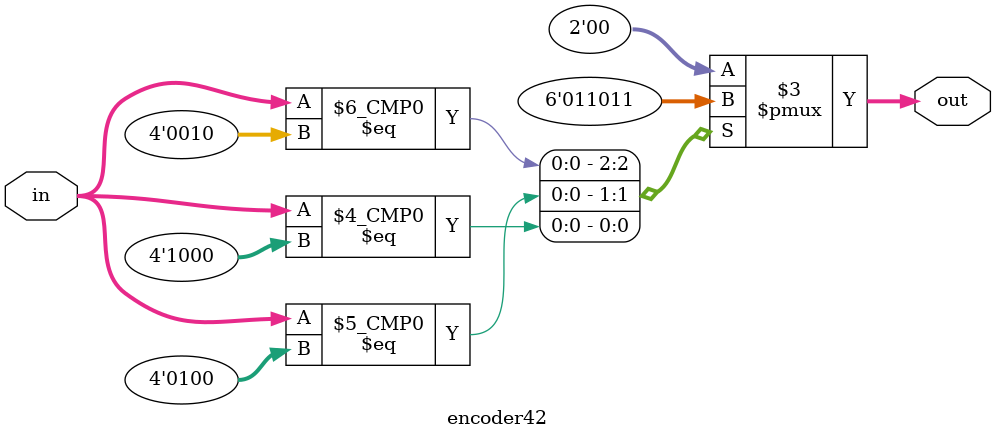
<source format=v>
module encoder42 (
    input [3:0] in,   
    output reg [1:0] out  
);

always @(*) begin
    case (in)
        4'b0001: out = 2'b00; 
        4'b0010: out = 2'b01;  
        4'b0100: out = 2'b10;  
        4'b1000: out = 2'b11;  
        default: out = 2'b00;  
    endcase
end

endmodule

</source>
